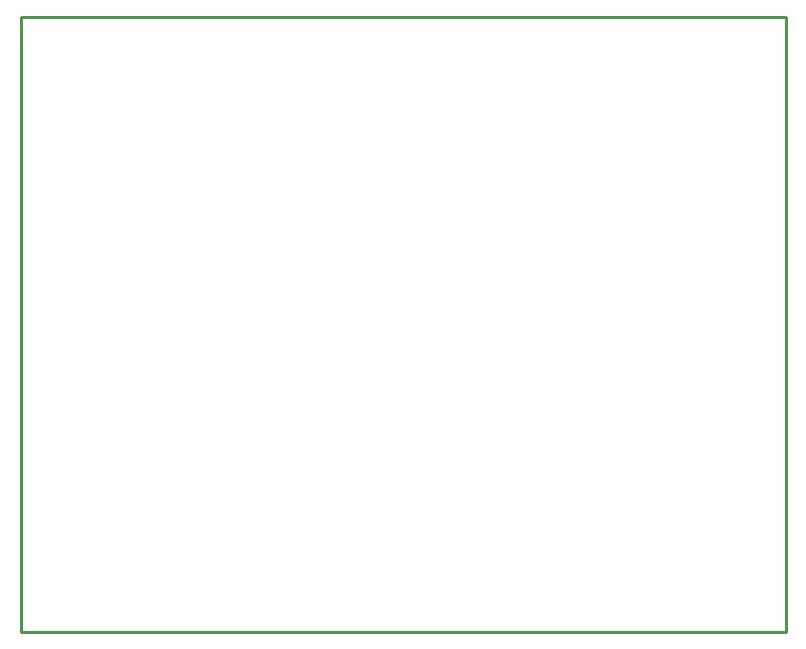
<source format=gko>
G04 Layer: BoardOutline*
G04 EasyEDA v6.3.41, 2020-05-05T16:43:25+03:00*
G04 77c085e715fd4d51943bb8e8cf624b98,92992e1295734089b6e5f9c93eeafd8a,10*
G04 Gerber Generator version 0.2*
G04 Scale: 100 percent, Rotated: No, Reflected: No *
G04 Dimensions in inches *
G04 leading zeros omitted , absolute positions ,2 integer and 4 decimal *
%FSLAX24Y24*%
%MOIN*%
G90*
G70D02*

%ADD10C,0.010000*%
G54D10*
G01X0Y20500D02*
G01X25500Y20500D01*
G01X25500Y0D01*
G01X0Y0D01*
G01X0Y20500D01*

%LPD*%
M00*
M02*

</source>
